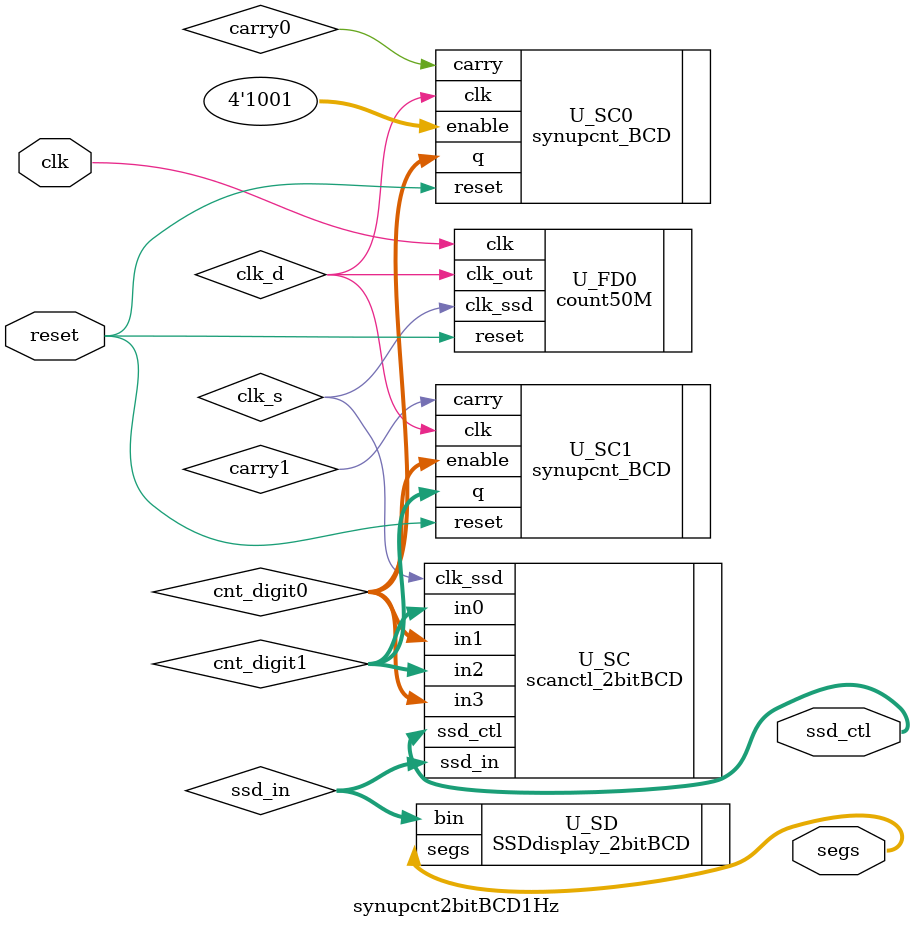
<source format=v>
`timescale 1ns / 1ps

module synupcnt2bitBCD1Hz(
    clk, // clock from oscillator
    reset, // active low reset
    segs,
    ssd_ctl,
);

input clk; // clock from oscillator
input reset; // active low reset
output [7:0] segs;
output [3:0] ssd_ctl;
wire clk_d, clk_s, carry0, carry1;
wire [3:0] cnt_digit0, cnt_digit1, ssd_in; // binary counter output

// Frequency Divider
count50M U_FD0(
    .clk_out(clk_d), //divided clock output
    .clk_ssd(clk_s),
    .clk(clk), // clock from the 40MHz oscillator
    .reset(reset) // low active reset
);
// Binary Counter
synupcnt_BCD U_SC0(
    .enable(4'd9),
    .q(cnt_digit0), //counter output
    .carry(carry0),
    .clk(clk_d), // clock
    .reset(reset) //active low reset
);
synupcnt_BCD U_SC1(
    .enable(cnt_digit0),
    .q(cnt_digit1), //counter output
    .carry(carry1),
    .clk(clk_d), // clock
    .reset(reset) //active low reset
);
scanctl_2bitBCD U_SC(
    .ssd_ctl(ssd_ctl), // ssd display control signal 
    .ssd_in(ssd_in), // output to ssd display
    .in0(cnt_digit1), // 1st input
    .in1(cnt_digit0), // 2nd input
    .in2(cnt_digit1), // 3st input
    .in3(cnt_digit0), // 4nd input
    .clk_ssd(clk_s) // divided clock for scan control
);
// SSD display
SSDdisplay_2bitBCD U_SD(
    .segs(segs),
    .bin(ssd_in)
);
endmodule
   
</source>
